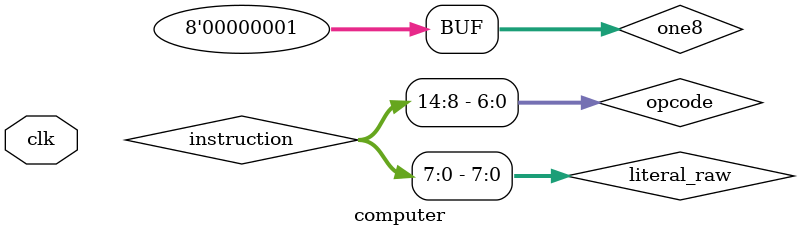
<source format=v>
module computer(clk);
   input clk;
   
   // Buses internos
   wire [7:0]   pc_out;
   wire [14:0]  instruction;  // 15 bits
   wire [7:0]   regA_out;
   wire [7:0]   regB_out;
   wire [7:0]   alu_out;
   wire [3:0]   status_out;
   wire [7:0]   mem_out;
   
   // Señales de control desde Control Unit
   wire load_a, load_b, load_pc, load_status, write_mem;

   // +++ NUEVO +++
   wire [2:0] mux_a_sel;   // antes era [1:0]
   wire [2:0] mux_b_sel;   // antes era [1:0]
   wire       mem_addr_sel; // 0 = Literal (Dir), 1 = B (indirecto)

   wire mux_data_sel;
   wire [2:0] alu_op;
   
   // Flags desde ALU
   wire z_flag, n_flag, c_flag, v_flag;
   
   // Salidas de multiplexores (ANTES de la ALU)
   wire [7:0] mux_a_out;  // Entrada A de la ALU
   wire [7:0] mux_b_out;  // Entrada B de la ALU
   wire [7:0] mux_data_out;
   
   // Operando inmediato y opcode de la instrucción (15 bits total)
   wire [6:0] opcode = instruction[14:8];  // 7 bits de opcode
   wire [7:0] literal_raw = instruction[7:0];  // 8 bits de literal
   
   // Para INC, forzar literal a 1 (INC opcode = 0100100)
   wire [7:0] literal = (opcode == 7'b0100100) ? 8'd1 : literal_raw;

   wire [7:0] mem_addr_in;

   wire [7:0] one8 = 8'd1;
   
   // PC - Program Counter
   pc PC(
      .clk(clk),
      .load(load_pc),
      .k(literal),
      .pc(pc_out)
   );
   
   // Instruction Memory
   instruction_memory IM(
      .address(pc_out),
      .out(instruction)
   );
   
   // Control Unit
   control_unit CU(
      .instruction(instruction),
      .flags(status_out),
      .load_a(load_a),
      .load_b(load_b),
      .load_pc(load_pc),
      .load_status(load_status),
      .write_mem(write_mem),
      .mux_a_sel(mux_a_sel),
      .mux_b_sel(mux_b_sel),
      .mux_data_sel(mux_data_sel),
      .alu_op(alu_op),
      .mem_addr_sel(mem_addr_sel)
   );
   
   // Registro A (carga desde la salida de la ALU)
   register regA(
      .clk(clk),
      .data(alu_out),
      .load(load_a),
      .out(regA_out)
   );
   
   // Registro B (carga desde la salida de la ALU)
   register regB(
      .clk(clk),
      .data(alu_out),
      .load(load_b),
      .out(regB_out)
   );
   
   // Status Register
   status_register Status(
      .clk(clk),
      .load(load_status),
      .z_in(z_flag),
      .n_in(n_flag),
      .c_in(c_flag),
      .v_in(v_flag),
      .flags_out(status_out)
   );
   
   // Mux A: 0=Z, 1=A, 2=B, 3=Lit, 4=Mem
   mux5 muxA(
   .e0(8'b0), .e1(regA_out), .e2(regB_out), .e3(literal), .e4(mem_out),
   .s(mux_a_sel), .out(mux_a_out)
   );

   // Mux B: 0=Z, 1=B, 2=Lit, 3=A, 4=Mem
   mux6 muxB(
   .e0(8'b0),
   .e1(regB_out),
   .e2(literal),
   .e3(regA_out),
   .e4(mem_out),
   .e5(one8),
   .s(mux_b_sel),
   .out(mux_b_out)
   );
   
   // ALU: Recibe entradas desde Mux A y Mux B
   alu ALU(
      .a(mux_a_out),
      .b(mux_b_out),
      .s(alu_op),
      .out(alu_out),
      .z(z_flag),
      .n(n_flag),
      .c(c_flag),
      .v(v_flag)
   );
   
   // Mux Data: Selecciona qué se escribe en memoria
   mux_data muxData(
      .e0(regA_out),
      .e1(alu_out),
      .s(mux_data_sel),
      .out(mux_data_out)
   );
   
   // Data Memory
   data_memory DM(
      .clk(clk),
      .address(mem_addr_in),
      .data_in(mux_data_out),
      .write_enable(write_mem),
      .data_out(mem_out)
   );

   mux2 addrSel( .e0(literal), .e1(regB_out), .c(mem_addr_sel), .out(mem_addr_in) );
   
endmodule

</source>
